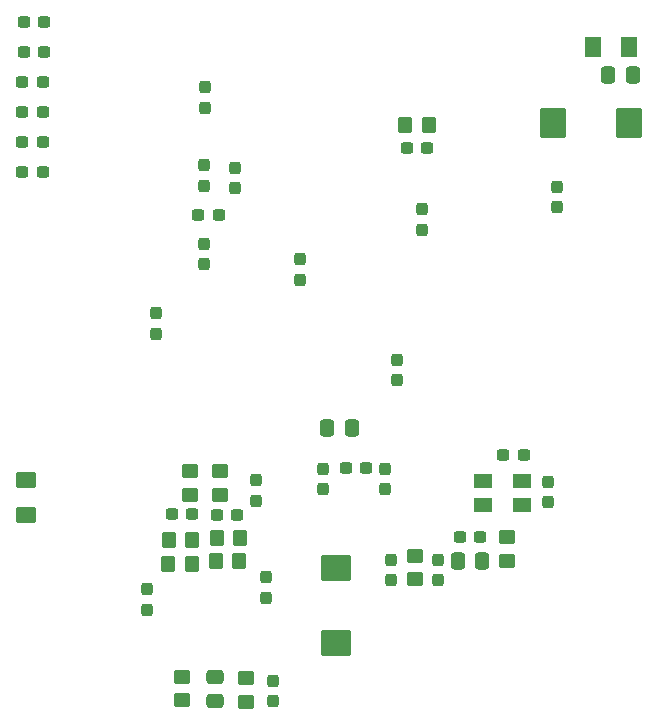
<source format=gbr>
%TF.GenerationSoftware,KiCad,Pcbnew,7.0.2*%
%TF.CreationDate,2023-11-01T23:55:43+01:00*%
%TF.ProjectId,stm_audio_board_V2,73746d5f-6175-4646-996f-5f626f617264,rev?*%
%TF.SameCoordinates,Original*%
%TF.FileFunction,Paste,Bot*%
%TF.FilePolarity,Positive*%
%FSLAX46Y46*%
G04 Gerber Fmt 4.6, Leading zero omitted, Abs format (unit mm)*
G04 Created by KiCad (PCBNEW 7.0.2) date 2023-11-01 23:55:43*
%MOMM*%
%LPD*%
G01*
G04 APERTURE LIST*
G04 Aperture macros list*
%AMRoundRect*
0 Rectangle with rounded corners*
0 $1 Rounding radius*
0 $2 $3 $4 $5 $6 $7 $8 $9 X,Y pos of 4 corners*
0 Add a 4 corners polygon primitive as box body*
4,1,4,$2,$3,$4,$5,$6,$7,$8,$9,$2,$3,0*
0 Add four circle primitives for the rounded corners*
1,1,$1+$1,$2,$3*
1,1,$1+$1,$4,$5*
1,1,$1+$1,$6,$7*
1,1,$1+$1,$8,$9*
0 Add four rect primitives between the rounded corners*
20,1,$1+$1,$2,$3,$4,$5,0*
20,1,$1+$1,$4,$5,$6,$7,0*
20,1,$1+$1,$6,$7,$8,$9,0*
20,1,$1+$1,$8,$9,$2,$3,0*%
G04 Aperture macros list end*
%ADD10RoundRect,0.237500X-0.237500X0.300000X-0.237500X-0.300000X0.237500X-0.300000X0.237500X0.300000X0*%
%ADD11RoundRect,0.237500X-0.300000X-0.237500X0.300000X-0.237500X0.300000X0.237500X-0.300000X0.237500X0*%
%ADD12RoundRect,0.250000X0.337500X0.475000X-0.337500X0.475000X-0.337500X-0.475000X0.337500X-0.475000X0*%
%ADD13RoundRect,0.250000X0.350000X0.450000X-0.350000X0.450000X-0.350000X-0.450000X0.350000X-0.450000X0*%
%ADD14R,1.600000X1.300000*%
%ADD15RoundRect,0.237500X0.300000X0.237500X-0.300000X0.237500X-0.300000X-0.237500X0.300000X-0.237500X0*%
%ADD16RoundRect,0.250001X-0.462499X-0.624999X0.462499X-0.624999X0.462499X0.624999X-0.462499X0.624999X0*%
%ADD17RoundRect,0.250000X-0.450000X0.350000X-0.450000X-0.350000X0.450000X-0.350000X0.450000X0.350000X0*%
%ADD18RoundRect,0.237500X0.237500X-0.300000X0.237500X0.300000X-0.237500X0.300000X-0.237500X-0.300000X0*%
%ADD19RoundRect,0.250000X-1.025000X0.875000X-1.025000X-0.875000X1.025000X-0.875000X1.025000X0.875000X0*%
%ADD20RoundRect,0.250000X-0.350000X-0.450000X0.350000X-0.450000X0.350000X0.450000X-0.350000X0.450000X0*%
%ADD21RoundRect,0.250001X-0.624999X0.462499X-0.624999X-0.462499X0.624999X-0.462499X0.624999X0.462499X0*%
%ADD22RoundRect,0.250000X0.450000X-0.350000X0.450000X0.350000X-0.450000X0.350000X-0.450000X-0.350000X0*%
%ADD23RoundRect,0.250000X0.875000X1.025000X-0.875000X1.025000X-0.875000X-1.025000X0.875000X-1.025000X0*%
%ADD24RoundRect,0.250000X0.475000X-0.337500X0.475000X0.337500X-0.475000X0.337500X-0.475000X-0.337500X0*%
G04 APERTURE END LIST*
D10*
%TO.C,C25*%
X220543000Y-103238524D03*
X220543000Y-104963524D03*
%TD*%
D11*
%TO.C,C54*%
X189314500Y-67885000D03*
X191039500Y-67885000D03*
%TD*%
D10*
%TO.C,C7*%
X200657000Y-82378500D03*
X200657000Y-84103500D03*
%TD*%
D12*
%TO.C,C15*%
X241010500Y-62163000D03*
X238935500Y-62163000D03*
%TD*%
D13*
%TO.C,R22*%
X203674999Y-103569000D03*
X201674999Y-103569000D03*
%TD*%
D14*
%TO.C,Y1*%
X228309000Y-96595000D03*
X231609000Y-96595000D03*
X231609000Y-98595000D03*
X228309000Y-98595000D03*
%TD*%
D15*
%TO.C,C63*%
X223603500Y-68346334D03*
X221878500Y-68346334D03*
%TD*%
D16*
%TO.C,D1*%
X237663500Y-59817000D03*
X240638500Y-59817000D03*
%TD*%
D17*
%TO.C,R15*%
X206063664Y-95711000D03*
X206063664Y-97711000D03*
%TD*%
D13*
%TO.C,R20*%
X203709665Y-101537000D03*
X201709665Y-101537000D03*
%TD*%
D11*
%TO.C,C41*%
X201966500Y-99315004D03*
X203691500Y-99315004D03*
%TD*%
D18*
%TO.C,C9*%
X212781000Y-79531500D03*
X212781000Y-77806500D03*
%TD*%
D11*
%TO.C,C56*%
X189314500Y-70431000D03*
X191039500Y-70431000D03*
%TD*%
D18*
%TO.C,C102*%
X234540000Y-73399500D03*
X234540000Y-71674500D03*
%TD*%
D19*
%TO.C,C26*%
X215838976Y-103913000D03*
X215838976Y-110313000D03*
%TD*%
D17*
%TO.C,R3*%
X222541000Y-102901024D03*
X222541000Y-104901024D03*
%TD*%
D15*
%TO.C,C79*%
X218437500Y-95425000D03*
X216712500Y-95425000D03*
%TD*%
D20*
%TO.C,R19*%
X205761661Y-101409000D03*
X207761661Y-101409000D03*
%TD*%
D21*
%TO.C,D2*%
X189617000Y-96439500D03*
X189617000Y-99414500D03*
%TD*%
D18*
%TO.C,C10*%
X204781000Y-64941500D03*
X204781000Y-63216500D03*
%TD*%
%TO.C,C34*%
X220003000Y-97245500D03*
X220003000Y-95520500D03*
%TD*%
%TO.C,C61*%
X207321000Y-71753500D03*
X207321000Y-70028500D03*
%TD*%
D12*
%TO.C,C80*%
X217188500Y-92059000D03*
X215113500Y-92059000D03*
%TD*%
D15*
%TO.C,C66*%
X231755500Y-94385000D03*
X230030500Y-94385000D03*
%TD*%
D18*
%TO.C,C17*%
X224525000Y-104963524D03*
X224525000Y-103238524D03*
%TD*%
D11*
%TO.C,C62*%
X189314500Y-65339000D03*
X191039500Y-65339000D03*
%TD*%
%TO.C,C40*%
X205761163Y-99451000D03*
X207486163Y-99451000D03*
%TD*%
%TO.C,C57*%
X189432500Y-60267000D03*
X191157500Y-60267000D03*
%TD*%
D10*
%TO.C,C33*%
X209081000Y-96506500D03*
X209081000Y-98231500D03*
%TD*%
D17*
%TO.C,R16*%
X203488998Y-95711000D03*
X203488998Y-97711000D03*
%TD*%
D10*
%TO.C,C47*%
X210531999Y-113501500D03*
X210531999Y-115226500D03*
%TD*%
D11*
%TO.C,C55*%
X189426500Y-57727000D03*
X191151500Y-57727000D03*
%TD*%
D13*
%TO.C,R33*%
X223727000Y-66384334D03*
X221727000Y-66384334D03*
%TD*%
D22*
%TO.C,R23*%
X202808996Y-115127000D03*
X202808996Y-113127000D03*
%TD*%
D18*
%TO.C,C11*%
X204653000Y-78195500D03*
X204653000Y-76470500D03*
%TD*%
%TO.C,C14*%
X221013000Y-88023500D03*
X221013000Y-86298500D03*
%TD*%
D22*
%TO.C,R10*%
X230373000Y-103325000D03*
X230373000Y-101325000D03*
%TD*%
D12*
%TO.C,C67*%
X228259500Y-103322000D03*
X226184500Y-103322000D03*
%TD*%
D22*
%TO.C,R24*%
X208262996Y-115241000D03*
X208262996Y-113241000D03*
%TD*%
D18*
%TO.C,C44*%
X209908330Y-106429500D03*
X209908330Y-104704500D03*
%TD*%
D11*
%TO.C,C59*%
X189314500Y-62793000D03*
X191039500Y-62793000D03*
%TD*%
D10*
%TO.C,C64*%
X223163000Y-73552500D03*
X223163000Y-75277500D03*
%TD*%
D18*
%TO.C,C6*%
X204653000Y-71561500D03*
X204653000Y-69836500D03*
%TD*%
D23*
%TO.C,C4*%
X240633000Y-66257000D03*
X234233000Y-66257000D03*
%TD*%
D24*
%TO.C,C46*%
X205609004Y-115210500D03*
X205609004Y-113135500D03*
%TD*%
D11*
%TO.C,C16*%
X204214500Y-74067000D03*
X205939500Y-74067000D03*
%TD*%
D18*
%TO.C,C65*%
X233831000Y-98361500D03*
X233831000Y-96636500D03*
%TD*%
D10*
%TO.C,C45*%
X199896996Y-105748501D03*
X199896996Y-107473501D03*
%TD*%
D18*
%TO.C,C32*%
X214771000Y-97233494D03*
X214771000Y-95508494D03*
%TD*%
D15*
%TO.C,C68*%
X228089500Y-101297000D03*
X226364500Y-101297000D03*
%TD*%
D13*
%TO.C,R21*%
X207693000Y-103377668D03*
X205693000Y-103377668D03*
%TD*%
M02*

</source>
